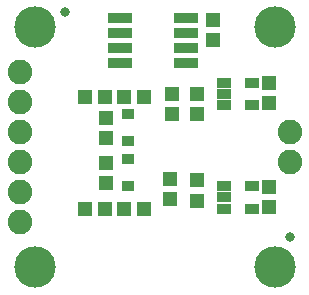
<source format=gts>
G04 EAGLE Gerber RS-274X export*
G75*
%MOMM*%
%FSLAX34Y34*%
%LPD*%
%INSoldermask Top*%
%IPPOS*%
%AMOC8*
5,1,8,0,0,1.08239X$1,22.5*%
G01*
%ADD10R,1.303200X1.203200*%
%ADD11R,1.203200X1.303200*%
%ADD12R,1.033200X0.833200*%
%ADD13R,2.103200X0.843200*%
%ADD14C,2.082800*%
%ADD15R,1.203200X0.903200*%
%ADD16C,0.838200*%
%ADD17C,3.505200*%


D10*
X67700Y169545D03*
X84700Y169545D03*
X100720Y169545D03*
X117720Y169545D03*
X67700Y74930D03*
X84700Y74930D03*
X100720Y74930D03*
X117720Y74930D03*
D11*
X85725Y96910D03*
X85725Y113910D03*
X141605Y172135D03*
X141605Y155135D03*
X140335Y83135D03*
X140335Y100135D03*
X85725Y152010D03*
X85725Y135010D03*
D12*
X104775Y155010D03*
X104775Y132010D03*
D11*
X163195Y172135D03*
X163195Y155135D03*
X163195Y81865D03*
X163195Y98865D03*
D13*
X97790Y236220D03*
X97790Y223520D03*
X97790Y210820D03*
X97790Y198120D03*
X153790Y198120D03*
X153790Y210820D03*
X153790Y223520D03*
X153790Y236220D03*
D11*
X176530Y234560D03*
X176530Y217560D03*
D14*
X12700Y63500D03*
X12700Y88900D03*
X12700Y114300D03*
X12700Y139700D03*
X12700Y165100D03*
X12700Y190500D03*
X241300Y139700D03*
X241300Y114300D03*
D15*
X185340Y181750D03*
X185340Y172250D03*
X185340Y162750D03*
X209340Y181750D03*
X209340Y162750D03*
X185340Y94120D03*
X185340Y84620D03*
X185340Y75120D03*
X209340Y94120D03*
X209340Y75120D03*
D12*
X104775Y93910D03*
X104775Y116910D03*
D16*
X50800Y241300D03*
X241300Y50800D03*
D17*
X228600Y25400D03*
X25400Y228600D03*
X228600Y228600D03*
X25400Y25400D03*
D11*
X223520Y164220D03*
X223520Y181220D03*
X223520Y76590D03*
X223520Y93590D03*
M02*

</source>
